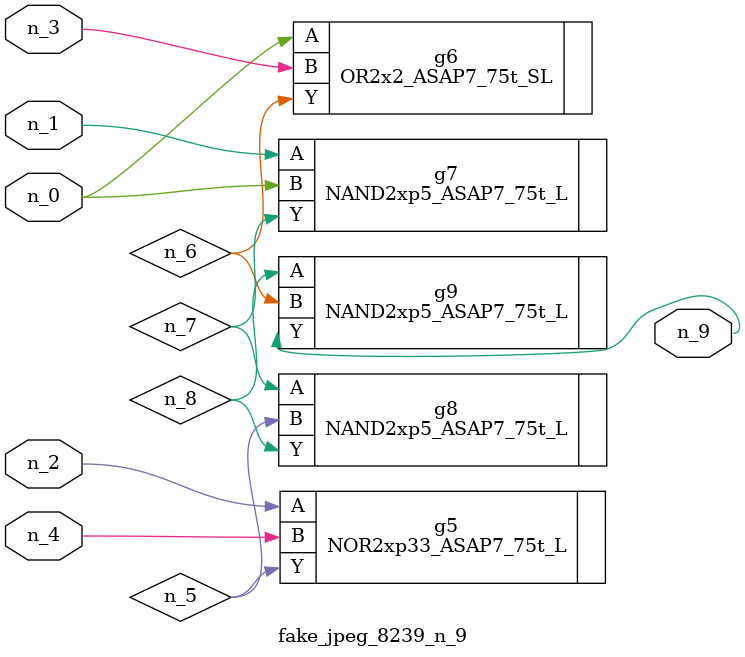
<source format=v>
module fake_jpeg_8239_n_9 (n_3, n_2, n_1, n_0, n_4, n_9);

input n_3;
input n_2;
input n_1;
input n_0;
input n_4;

output n_9;

wire n_8;
wire n_6;
wire n_5;
wire n_7;

NOR2xp33_ASAP7_75t_L g5 ( 
.A(n_2),
.B(n_4),
.Y(n_5)
);

OR2x2_ASAP7_75t_SL g6 ( 
.A(n_0),
.B(n_3),
.Y(n_6)
);

NAND2xp5_ASAP7_75t_L g7 ( 
.A(n_1),
.B(n_0),
.Y(n_7)
);

NAND2xp5_ASAP7_75t_L g8 ( 
.A(n_7),
.B(n_5),
.Y(n_8)
);

NAND2xp5_ASAP7_75t_L g9 ( 
.A(n_8),
.B(n_6),
.Y(n_9)
);


endmodule
</source>
